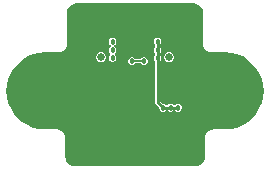
<source format=gbl>
G04*
G04 #@! TF.GenerationSoftware,Altium Limited,Altium Designer,22.0.2 (36)*
G04*
G04 Layer_Physical_Order=2*
G04 Layer_Color=6736896*
%FSLAX25Y25*%
%MOIN*%
G70*
G04*
G04 #@! TF.SameCoordinates,E213EF3E-3606-43F0-864D-A49EEA771394*
G04*
G04*
G04 #@! TF.FilePolarity,Positive*
G04*
G01*
G75*
%ADD10C,0.01000*%
%ADD25C,0.00500*%
%ADD26C,0.15748*%
%ADD27O,0.03937X0.08268*%
%ADD28O,0.03937X0.06299*%
%ADD29C,0.02559*%
%ADD30C,0.01800*%
G36*
X19685Y31138D02*
X20465Y31035D01*
X21191Y30734D01*
X21815Y30256D01*
X22294Y29632D01*
X22595Y28905D01*
X22698Y28125D01*
X22704D01*
Y17748D01*
X22697D01*
X22796Y16999D01*
X23085Y16301D01*
X23545Y15702D01*
X24144Y15242D01*
X24842Y14953D01*
X25591Y14855D01*
Y14862D01*
X30000D01*
X30026Y14867D01*
X32013Y14711D01*
X33977Y14239D01*
X35842Y13466D01*
X37564Y12411D01*
X39100Y11100D01*
X40411Y9564D01*
X41467Y7842D01*
X42239Y5977D01*
X42711Y4013D01*
X42869Y2000D01*
X42711Y-13D01*
X42239Y-1977D01*
X41467Y-3842D01*
X40411Y-5564D01*
X39100Y-7100D01*
X37564Y-8411D01*
X35842Y-9466D01*
X33977Y-10239D01*
X32013Y-10711D01*
X30026Y-10867D01*
X30000Y-10862D01*
X26153D01*
Y-10855D01*
X25405Y-10953D01*
X24707Y-11242D01*
X24108Y-11702D01*
X23648Y-12301D01*
X23359Y-12999D01*
X23260Y-13748D01*
X23267D01*
Y-20001D01*
X23261D01*
X23158Y-20781D01*
X22857Y-21507D01*
X22378Y-22131D01*
X21754Y-22610D01*
X21028Y-22911D01*
X20248Y-23014D01*
Y-23020D01*
X-20248D01*
Y-23014D01*
X-21028Y-22911D01*
X-21754Y-22610D01*
X-22378Y-22131D01*
X-22857Y-21507D01*
X-23158Y-20781D01*
X-23261Y-20001D01*
X-23267D01*
Y-13748D01*
X-23260D01*
X-23359Y-12999D01*
X-23648Y-12301D01*
X-24108Y-11702D01*
X-24707Y-11242D01*
X-25405Y-10953D01*
X-26153Y-10855D01*
Y-10862D01*
X-30000D01*
X-30026Y-10867D01*
X-32013Y-10711D01*
X-33977Y-10239D01*
X-35842Y-9466D01*
X-37564Y-8411D01*
X-39100Y-7100D01*
X-40411Y-5564D01*
X-41467Y-3842D01*
X-42239Y-1977D01*
X-42711Y-13D01*
X-42869Y2000D01*
X-42711Y4013D01*
X-42239Y5977D01*
X-41467Y7842D01*
X-40411Y9564D01*
X-39100Y11100D01*
X-37564Y12411D01*
X-35842Y13466D01*
X-33977Y14239D01*
X-32013Y14711D01*
X-30026Y14867D01*
X-30000Y14862D01*
X-25591D01*
Y14855D01*
X-24842Y14953D01*
X-24144Y15242D01*
X-23545Y15702D01*
X-23085Y16301D01*
X-22796Y16999D01*
X-22697Y17748D01*
X-22704D01*
Y28125D01*
X-22698D01*
X-22595Y28905D01*
X-22294Y29632D01*
X-21815Y30256D01*
X-21191Y30734D01*
X-20465Y31035D01*
X-19685Y31138D01*
Y31145D01*
X19685D01*
Y31138D01*
D02*
G37*
%LPC*%
G36*
X-7241Y19700D02*
X-7759D01*
X-8236Y19502D01*
X-8602Y19136D01*
X-8800Y18659D01*
Y18141D01*
X-8602Y17664D01*
X-8236Y17298D01*
X-8050Y17221D01*
Y16679D01*
X-8236Y16602D01*
X-8602Y16236D01*
X-8800Y15759D01*
Y15241D01*
X-8602Y14764D01*
X-8339Y14501D01*
X-8277Y14200D01*
X-8339Y13899D01*
X-8602Y13636D01*
X-8800Y13159D01*
Y12641D01*
X-8602Y12164D01*
X-8236Y11798D01*
X-7759Y11600D01*
X-7241D01*
X-6764Y11798D01*
X-6398Y12164D01*
X-6200Y12641D01*
Y13159D01*
X-6398Y13636D01*
X-6661Y13899D01*
X-6723Y14200D01*
X-6661Y14501D01*
X-6398Y14764D01*
X-6200Y15241D01*
Y15759D01*
X-6398Y16236D01*
X-6764Y16602D01*
X-6950Y16679D01*
Y17221D01*
X-6764Y17298D01*
X-6398Y17664D01*
X-6200Y18141D01*
Y18659D01*
X-6398Y19136D01*
X-6764Y19502D01*
X-7241Y19700D01*
D02*
G37*
G36*
X11712Y14821D02*
X11044D01*
X10427Y14566D01*
X9954Y14093D01*
X9698Y13476D01*
Y12808D01*
X9954Y12190D01*
X10427Y11718D01*
X11044Y11462D01*
X11712D01*
X12329Y11718D01*
X12802Y12190D01*
X13058Y12808D01*
Y13476D01*
X12802Y14093D01*
X12329Y14566D01*
X11712Y14821D01*
D02*
G37*
G36*
X-11044D02*
X-11712D01*
X-12329Y14566D01*
X-12802Y14093D01*
X-13058Y13476D01*
Y12808D01*
X-12802Y12190D01*
X-12329Y11718D01*
X-11712Y11462D01*
X-11044D01*
X-10427Y11718D01*
X-9954Y12190D01*
X-9698Y12808D01*
Y13476D01*
X-9954Y14093D01*
X-10427Y14566D01*
X-11044Y14821D01*
D02*
G37*
G36*
X-726Y13316D02*
X-1243D01*
X-1721Y13118D01*
X-2086Y12752D01*
X-2284Y12274D01*
Y11757D01*
X-2086Y11279D01*
X-1721Y10914D01*
X-1243Y10716D01*
X-726D01*
X-248Y10914D01*
X118Y11279D01*
X142Y11337D01*
X1767D01*
X1798Y11264D01*
X2164Y10898D01*
X2641Y10700D01*
X3159D01*
X3636Y10898D01*
X4002Y11264D01*
X4200Y11741D01*
Y12259D01*
X4002Y12736D01*
X3636Y13102D01*
X3159Y13300D01*
X2641D01*
X2164Y13102D01*
X1798Y12736D01*
X1767Y12663D01*
X155D01*
X118Y12752D01*
X-248Y13118D01*
X-726Y13316D01*
D02*
G37*
G36*
X7759Y19700D02*
X7241D01*
X6764Y19502D01*
X6398Y19136D01*
X6200Y18659D01*
Y18141D01*
X6398Y17664D01*
X6582Y17479D01*
Y16421D01*
X6398Y16236D01*
X6200Y15759D01*
Y15241D01*
X6398Y14764D01*
X6582Y14579D01*
Y13821D01*
X6398Y13636D01*
X6200Y13159D01*
Y12641D01*
X6398Y12164D01*
X6582Y11979D01*
Y-1700D01*
X6652Y-2051D01*
X6851Y-2349D01*
X8100Y-3598D01*
Y-3859D01*
X8298Y-4336D01*
X8664Y-4702D01*
X9141Y-4900D01*
X9659D01*
X10136Y-4702D01*
X10321Y-4518D01*
X10929D01*
X11114Y-4702D01*
X11591Y-4900D01*
X12109D01*
X12586Y-4702D01*
X12771Y-4518D01*
X13379D01*
X13564Y-4702D01*
X14041Y-4900D01*
X14559D01*
X15036Y-4702D01*
X15402Y-4336D01*
X15600Y-3859D01*
Y-3341D01*
X15402Y-2864D01*
X15036Y-2498D01*
X14559Y-2300D01*
X14041D01*
X13564Y-2498D01*
X13379Y-2682D01*
X12771D01*
X12586Y-2498D01*
X12109Y-2300D01*
X11591D01*
X11114Y-2498D01*
X10929Y-2682D01*
X10321D01*
X10136Y-2498D01*
X9659Y-2300D01*
X9398D01*
X8418Y-1320D01*
Y11979D01*
X8602Y12164D01*
X8800Y12641D01*
Y13159D01*
X8602Y13636D01*
X8418Y13821D01*
Y14579D01*
X8602Y14764D01*
X8800Y15241D01*
Y15759D01*
X8602Y16236D01*
X8418Y16421D01*
Y17479D01*
X8602Y17664D01*
X8800Y18141D01*
Y18659D01*
X8602Y19136D01*
X8236Y19502D01*
X7759Y19700D01*
D02*
G37*
%LPD*%
D10*
X11850Y-3600D02*
X14300D01*
X9400D02*
X11850D01*
X7500Y15500D02*
Y18400D01*
Y12900D02*
Y15500D01*
Y-1700D02*
Y12900D01*
Y-1700D02*
X9400Y-3600D01*
D25*
X-969Y12000D02*
X2900D01*
D26*
X-30000Y2000D02*
D03*
X30000D02*
D03*
D27*
X17028Y11173D02*
D03*
X-17028D02*
D03*
D28*
X17028Y26921D02*
D03*
X-17028D02*
D03*
D29*
X-11378Y13142D02*
D03*
X11378D02*
D03*
D30*
X4500Y16000D02*
D03*
X-4500D02*
D03*
X9400Y-3600D02*
D03*
X11850D02*
D03*
X14300D02*
D03*
X-7500Y12900D02*
D03*
Y15500D02*
D03*
Y18400D02*
D03*
X7500D02*
D03*
Y15500D02*
D03*
Y12900D02*
D03*
X2900Y12000D02*
D03*
X-984Y12016D02*
D03*
M02*

</source>
